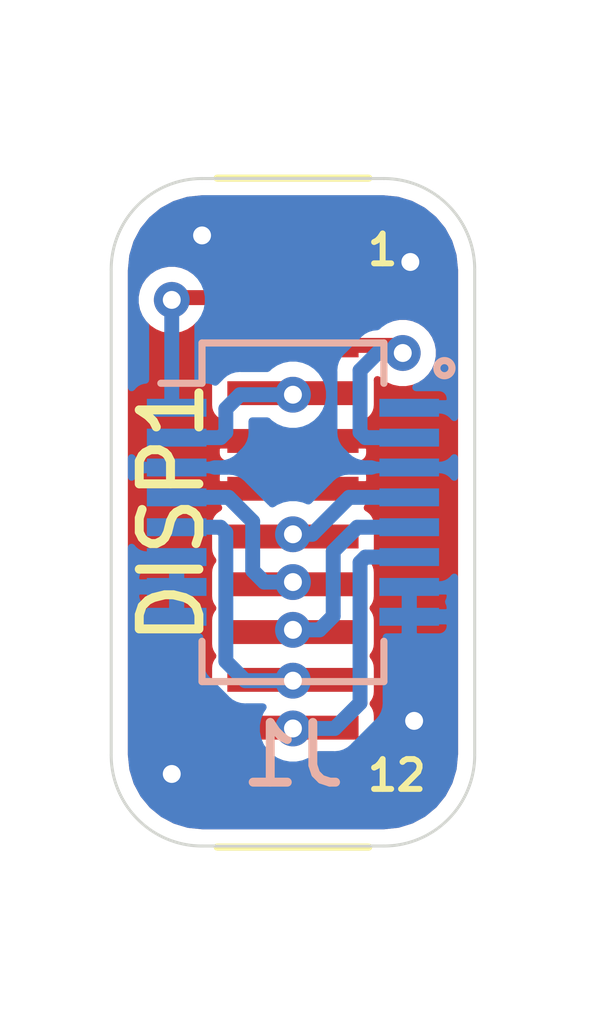
<source format=kicad_pcb>
(kicad_pcb (version 20211014) (generator pcbnew)
  (layers (0 "F.Cu" signal) (31 "B.Cu" signal) (34 "B.Paste" user) (35 "F.Paste" user) (36 "B.SilkS" user "B.Silkscreen") (37 "F.SilkS" user "F.Silkscreen") (38 "B.Mask" user) (39 "F.Mask" user) (44 "Edge.Cuts" user))
  (net 0 "")
  (net 1 "GND")
  (net 2 "MOSI")
  (net 3 "CS")
  (net 4 "+3V3")
  (net 5 "LEDK")
  (net 6 "RESET")
  (net 7 "SCLK")
  (net 8 "DC")
  (net 9 "LEDA")
  (footprint "Gigahawk:STP240320_0200B" (layer "F.Cu") (at 116.332 83.9978)
    (fp_text reference "DISP1" (at -2.032 4.3942 90) (layer "F.SilkS"))
    (fp_text value "STP240320_0200B")
    (fp_text user "12" (at 1.2 8.8) (layer "F.SilkS") (effects (font (size 0.5 0.5) (thickness 0.1)) (justify left)))
    (fp_text user "1" (at 1.2 0) (layer "F.SilkS") (effects (font (size 0.5 0.5) (thickness 0.1)) (justify left)))
    (fp_line (start -1.27 -1.2) (end 1.27 -1.2) (layer "F.SilkS") (width 0.12))
    (fp_line (start -1.27 10) (end 1.27 10) (layer "F.SilkS") (width 0.12))
    (pad "1" smd rect locked (at 0 0 90) (size 0.4 2.2) (layers "F.Cu" "F.Paste" "F.Mask") (net 1 "GND"))
    (pad "2" smd rect locked (at 0 0.8 90) (size 0.4 2.2) (layers "F.Cu" "F.Paste" "F.Mask") (net 5 "LEDK"))
    (pad "3" smd rect locked (at 0 1.6 90) (size 0.4 2.2) (layers "F.Cu" "F.Paste" "F.Mask") (net 9 "LEDA"))
    (pad "4" smd rect locked (at 0 2.4 90) (size 0.4 2.2) (layers "F.Cu" "F.Paste" "F.Mask") (net 4 "+3V3"))
    (pad "5" smd rect locked (at 0 3.2 90) (size 0.4 2.2) (layers "F.Cu" "F.Paste" "F.Mask") (net 1 "GND"))
    (pad "6" smd rect locked (at 0 4 90) (size 0.4 2.2) (layers "F.Cu" "F.Paste" "F.Mask") (net 1 "GND"))
    (pad "7" smd rect locked (at 0 4.8 90) (size 0.4 2.2) (layers "F.Cu" "F.Paste" "F.Mask") (net 8 "DC"))
    (pad "8" smd rect locked (at 0 5.6 90) (size 0.4 2.2) (layers "F.Cu" "F.Paste" "F.Mask") (net 3 "CS"))
    (pad "9" smd rect locked (at 0 6.4 90) (size 0.4 2.2) (layers "F.Cu" "F.Paste" "F.Mask") (net 7 "SCLK"))
    (pad "10" smd rect locked (at 0 7.2 90) (size 0.4 2.2) (layers "F.Cu" "F.Paste" "F.Mask") (net 2 "MOSI"))
    (pad "11" smd rect locked (at 0 8 90) (size 0.4 2.2) (layers "F.Cu" "F.Paste" "F.Mask") (net 6 "RESET"))
    (pad "12" smd rect locked (at 0 8.8 90) (size 0.4 2.2) (layers "F.Cu" "F.Paste" "F.Mask") (net 1 "GND"))
  )
  (footprint "Connector_Molex:Molex_SlimStack_55560-0161_2x08_P0.50mm_Vertical" (layer "B.Cu") (at 116.332 88.392 -90)
    (fp_text reference "J1" (at 4.064 0) (layer "B.SilkS") (effects (justify mirror)))
    (fp_text value "Conn_02x08_Odd_Even")
    (fp_line (start -2.835 1.525) (end -2.16 1.525) (layer "B.SilkS") (width 0.12))
    (fp_line (start 2.835 -1.525) (end 2.835 1.525) (layer "B.SilkS") (width 0.12))
    (fp_line (start -2.16 1.525) (end -2.16 2.215) (layer "B.SilkS") (width 0.12))
    (fp_line (start 2.835 1.525) (end 2.16 1.525) (layer "B.SilkS") (width 0.12))
    (fp_line (start 2.16 -1.525) (end 2.835 -1.525) (layer "B.SilkS") (width 0.12))
    (fp_line (start -2.835 -1.525) (end -2.835 1.525) (layer "B.SilkS") (width 0.12))
    (fp_line (start -2.16 -1.525) (end -2.835 -1.525) (layer "B.SilkS") (width 0.12))
    (pad "1" smd rect (at -1.75 1.95 270) (size 0.3 1) (layers "B.Cu" "B.Paste" "B.Mask") (net 5 "LEDK"))
    (pad "2" smd rect (at -1.75 -1.95 270) (size 0.3 1) (layers "B.Cu" "B.Paste" "B.Mask") (net 1 "GND"))
    (pad "3" smd rect (at -1.25 1.95 270) (size 0.3 1) (layers "B.Cu" "B.Paste" "B.Mask") (net 4 "+3V3"))
    (pad "4" smd rect (at -1.25 -1.95 270) (size 0.3 1) (layers "B.Cu" "B.Paste" "B.Mask") (net 9 "LEDA"))
    (pad "5" smd rect (at -0.75 1.95 270) (size 0.3 1) (layers "B.Cu" "B.Paste" "B.Mask") (net 1 "GND"))
    (pad "6" smd rect (at -0.75 -1.95 270) (size 0.3 1) (layers "B.Cu" "B.Paste" "B.Mask") (net 1 "GND"))
    (pad "7" smd rect (at -0.25 1.95 270) (size 0.3 1) (layers "B.Cu" "B.Paste" "B.Mask") (net 3 "CS"))
    (pad "8" smd rect (at -0.25 -1.95 270) (size 0.3 1) (layers "B.Cu" "B.Paste" "B.Mask") (net 8 "DC"))
    (pad "9" smd rect (at 0.25 1.95 270) (size 0.3 1) (layers "B.Cu" "B.Paste" "B.Mask") (net 2 "MOSI"))
    (pad "10" smd rect (at 0.25 -1.95 270) (size 0.3 1) (layers "B.Cu" "B.Paste" "B.Mask") (net 7 "SCLK"))
    (pad "11" smd rect (at 0.75 1.95 270) (size 0.3 1) (layers "B.Cu" "B.Paste" "B.Mask") (net 1 "GND"))
    (pad "12" smd rect (at 0.75 -1.95 270) (size 0.3 1) (layers "B.Cu" "B.Paste" "B.Mask") (net 6 "RESET"))
    (pad "13" smd rect (at 1.25 1.95 270) (size 0.3 1) (layers "B.Cu" "B.Paste" "B.Mask") (net 1 "GND"))
    (pad "14" smd rect (at 1.25 -1.95 270) (size 0.3 1) (layers "B.Cu" "B.Paste" "B.Mask") (net 1 "GND"))
    (pad "15" smd rect (at 1.75 1.95 270) (size 0.3 1) (layers "B.Cu" "B.Paste" "B.Mask") (net 1 "GND"))
    (pad "16" smd rect (at 1.75 -1.95 270) (size 0.3 1) (layers "B.Cu" "B.Paste" "B.Mask") (net 1 "GND"))
  )
  (gr_circle (center 118.872 85.979) (end 118.872 86.106) (layer "B.SilkS") (width 0.12) (fill none))
  (gr_line (start 117.856 82.804) (end 114.808 82.804) (layer "Edge.Cuts") (width 0.05))
  (gr_line (start 113.284 84.328) (end 113.284 92.456) (layer "Edge.Cuts") (width 0.05))
  (gr_line (start 114.808 93.98) (end 117.856 93.98) (layer "Edge.Cuts") (width 0.05))
  (gr_arc (start 114.808 93.98) (mid 113.730369 93.533631) (end 113.284 92.456) (layer "Edge.Cuts") (width 0.05))
  (gr_arc (start 119.38 92.456) (mid 118.933631 93.533631) (end 117.856 93.98) (layer "Edge.Cuts") (width 0.05))
  (gr_arc (start 117.856 82.804) (mid 118.933631 83.250369) (end 119.38 84.328) (layer "Edge.Cuts") (width 0.05))
  (gr_line (start 119.38 92.456) (end 119.38 84.328) (layer "Edge.Cuts") (width 0.05))
  (gr_arc (start 113.284 84.328) (mid 113.730369 83.250369) (end 114.808 82.804) (layer "Edge.Cuts") (width 0.05))
  (segment (start 116.332 83.9978) (end 118.0973 83.9978) (width 0.25) (layer "F.Cu") (net 1))
  (segment (start 115.0493 83.9978) (end 114.808 83.7565) (width 0.25) (layer "F.Cu") (net 1))
  (segment (start 116.332 92.7978) (end 117.4507 92.7978) (width 0.25) (layer "F.Cu") (net 1))
  (segment (start 116.332 92.7978) (end 114.3243 92.7978) (width 0.25) (layer "F.Cu") (net 1))
  (segment (start 114.3243 92.7978) (end 114.3 92.7735) (width 0.25) (layer "F.Cu") (net 1))
  (segment (start 118.0973 83.9978) (end 118.3005 84.201) (width 0.25) (layer "F.Cu") (net 1))
  (segment (start 116.332 83.9978) (end 115.0493 83.9978) (width 0.25) (layer "F.Cu") (net 1))
  (segment (start 117.4507 92.7978) (end 118.364 91.8845) (width 0.25) (layer "F.Cu") (net 1))
  (via (at 114.808 83.7565) (size 0.6) (drill 0.3) (layers "F.Cu" "B.Cu") (net 1))
  (via (at 114.3 92.7735) (size 0.6) (drill 0.3) (layers "F.Cu" "B.Cu") (net 1))
  (via (at 118.364 91.8845) (size 0.6) (drill 0.3) (layers "F.Cu" "B.Cu") (net 1))
  (via (at 118.3005 84.201) (size 0.6) (drill 0.3) (layers "F.Cu" "B.Cu") (net 1))
  (segment (start 116.332 91.1978) (end 116.332 91.211497) (width 0.25) (layer "F.Cu") (net 2))
  (via (at 116.332 91.211497) (size 0.6) (drill 0.3) (layers "F.Cu" "B.Cu") (net 2))
  (segment (start 115.207001 88.731999) (end 115.117002 88.642) (width 0.25) (layer "B.Cu") (net 2))
  (segment (start 115.207001 90.886501) (end 115.207001 88.731999) (width 0.25) (layer "B.Cu") (net 2))
  (segment (start 116.332 91.211497) (end 115.531997 91.211497) (width 0.25) (layer "B.Cu") (net 2))
  (segment (start 115.531997 91.211497) (end 115.207001 90.886501) (width 0.25) (layer "B.Cu") (net 2))
  (segment (start 115.117002 88.642) (end 114.382 88.642) (width 0.25) (layer "B.Cu") (net 2))
  (segment (start 116.332 89.5978) (end 116.332 89.560497) (width 0.25) (layer "F.Cu") (net 3))
  (via (at 116.332 89.560497) (size 0.6) (drill 0.3) (layers "F.Cu" "B.Cu") (net 3))
  (segment (start 116.332 89.560497) (end 115.849497 89.560497) (width 0.25) (layer "B.Cu") (net 3))
  (segment (start 115.253412 88.142) (end 114.382 88.142) (width 0.25) (layer "B.Cu") (net 3))
  (segment (start 115.65701 88.545598) (end 115.253412 88.142) (width 0.25) (layer "B.Cu") (net 3))
  (segment (start 115.849497 89.560497) (end 115.657011 89.368011) (width 0.25) (layer "B.Cu") (net 3))
  (segment (start 115.657011 89.368011) (end 115.65701 88.545598) (width 0.25) (layer "B.Cu") (net 3))
  (segment (start 116.332 86.3978) (end 116.332 86.4235) (width 0.25) (layer "F.Cu") (net 4))
  (via (at 116.332 86.4235) (size 0.6) (drill 0.3) (layers "F.Cu" "B.Cu") (net 4))
  (segment (start 115.207001 87.052001) (end 115.207001 86.659499) (width 0.25) (layer "B.Cu") (net 4))
  (segment (start 115.117002 87.142) (end 115.207001 87.052001) (width 0.25) (layer "B.Cu") (net 4))
  (segment (start 116.332 86.4235) (end 115.443 86.4235) (width 0.25) (layer "B.Cu") (net 4))
  (segment (start 115.207001 86.659499) (end 115.443 86.4235) (width 0.25) (layer "B.Cu") (net 4))
  (segment (start 114.382 87.142) (end 115.117002 87.142) (width 0.25) (layer "B.Cu") (net 4))
  (segment (start 116.332 84.7978) (end 114.3382 84.7978) (width 0.25) (layer "F.Cu") (net 5))
  (segment (start 114.3382 84.7978) (end 114.3 84.836) (width 0.25) (layer "F.Cu") (net 5))
  (via (at 114.3 84.836) (size 0.6) (drill 0.3) (layers "F.Cu" "B.Cu") (net 5))
  (segment (start 114.3 86.56) (end 114.382 86.642) (width 0.25) (layer "B.Cu") (net 5))
  (segment (start 114.3 84.836) (end 114.3 86.56) (width 0.25) (layer "B.Cu") (net 5))
  (segment (start 116.332 91.9978) (end 116.332 92.0115) (width 0.25) (layer "F.Cu") (net 6))
  (via (at 116.332 92.0115) (size 0.6) (drill 0.3) (layers "F.Cu" "B.Cu") (net 6))
  (segment (start 116.332 92.0115) (end 117.0305 92.0115) (width 0.25) (layer "B.Cu") (net 6))
  (segment (start 117.456999 91.585001) (end 117.456999 89.231999) (width 0.25) (layer "B.Cu") (net 6))
  (segment (start 117.0305 92.0115) (end 117.456999 91.585001) (width 0.25) (layer "B.Cu") (net 6))
  (segment (start 117.456999 89.231999) (end 117.546998 89.142) (width 0.25) (layer "B.Cu") (net 6))
  (segment (start 117.546998 89.142) (end 118.282 89.142) (width 0.25) (layer "B.Cu") (net 6))
  (segment (start 116.332 90.3978) (end 116.332 90.3605) (width 0.25) (layer "F.Cu") (net 7))
  (via (at 116.332 90.3605) (size 0.6) (drill 0.3) (layers "F.Cu" "B.Cu") (net 7))
  (segment (start 116.332 90.3605) (end 116.7765 90.3605) (width 0.25) (layer "B.Cu") (net 7))
  (segment (start 117.410588 88.642) (end 118.282 88.642) (width 0.25) (layer "B.Cu") (net 7))
  (segment (start 117.006989 90.130011) (end 117.00699 89.045598) (width 0.25) (layer "B.Cu") (net 7))
  (segment (start 116.7765 90.3605) (end 117.006989 90.130011) (width 0.25) (layer "B.Cu") (net 7))
  (segment (start 117.00699 89.045598) (end 117.410588 88.642) (width 0.25) (layer "B.Cu") (net 7))
  (segment (start 116.332 88.7978) (end 116.332 88.760494) (width 0.25) (layer "F.Cu") (net 8))
  (via (at 116.332 88.760494) (size 0.6) (drill 0.3) (layers "F.Cu" "B.Cu") (net 8))
  (segment (start 116.655684 88.760494) (end 117.274178 88.142) (width 0.25) (layer "B.Cu") (net 8))
  (segment (start 117.274178 88.142) (end 118.282 88.142) (width 0.25) (layer "B.Cu") (net 8))
  (segment (start 116.332 88.760494) (end 116.655684 88.760494) (width 0.25) (layer "B.Cu") (net 8))
  (segment (start 118.0463 85.5978) (end 118.1735 85.725) (width 0.25) (layer "F.Cu") (net 9))
  (segment (start 116.332 85.5978) (end 118.0463 85.5978) (width 0.25) (layer "F.Cu") (net 9))
  (via (at 118.1735 85.725) (size 0.6) (drill 0.3) (layers "F.Cu" "B.Cu") (net 9))
  (segment (start 117.456999 86.017237) (end 117.456999 87.052001) (width 0.25) (layer "B.Cu") (net 9))
  (segment (start 117.456999 87.052001) (end 117.546998 87.142) (width 0.25) (layer "B.Cu") (net 9))
  (segment (start 118.1735 85.725) (end 117.749236 85.725) (width 0.25) (layer "B.Cu") (net 9))
  (segment (start 117.546998 87.142) (end 118.282 87.142) (width 0.25) (layer "B.Cu") (net 9))
  (segment (start 117.749236 85.725) (end 117.456999 86.017237) (width 0.25) (layer "B.Cu") (net 9))
  (zone (net 1) (net_name "GND") (layer "F.Cu") (connect_pads (clearance 0.254)) (min_thickness 0.127) (fill yes (thermal_gap 0.127) (thermal_bridge_width 0.254))
    (polygon (pts (xy 119.888 94.488) (xy 112.776 94.488) (xy 112.776 82.296) (xy 119.888 82.296)))
  )
  (zone (net 1) (net_name "GND") (layer "B.Cu") (connect_pads (clearance 0.254)) (min_thickness 0.127) (fill yes (thermal_gap 0.127) (thermal_bridge_width 0.254))
    (polygon (pts (xy 119.888 94.488) (xy 112.776 94.488) (xy 112.776 82.296) (xy 119.888 82.296)))
  )
)
</source>
